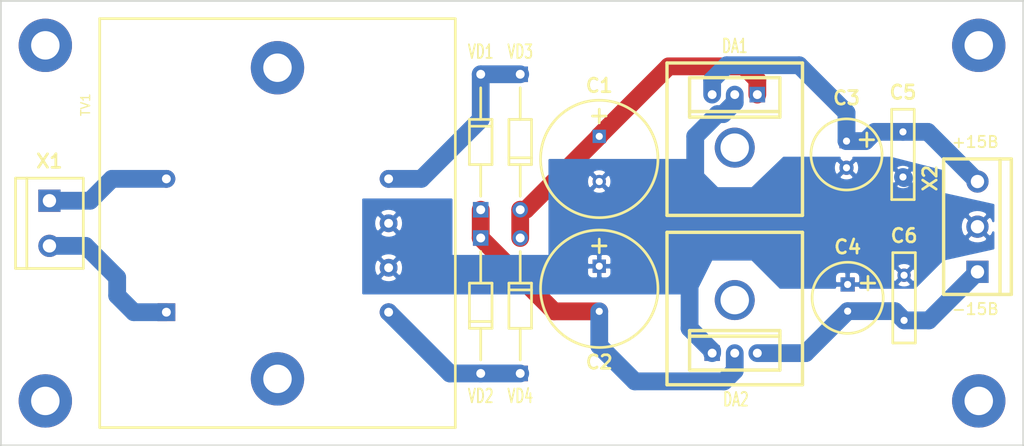
<source format=kicad_pcb>
(kicad_pcb (version 20171130) (host pcbnew 5.1.12-84ad8e8a86~92~ubuntu18.04.1)

  (general
    (thickness 1.6)
    (drawings 6)
    (tracks 56)
    (zones 0)
    (modules 19)
    (nets 10)
  )

  (page A4)
  (layers
    (0 F.Cu signal)
    (31 B.Cu signal)
    (32 B.Adhes user)
    (33 F.Adhes user)
    (34 B.Paste user)
    (35 F.Paste user)
    (36 B.SilkS user)
    (37 F.SilkS user)
    (38 B.Mask user)
    (39 F.Mask user)
    (40 Dwgs.User user)
    (41 Cmts.User user)
    (42 Eco1.User user)
    (43 Eco2.User user)
    (44 Edge.Cuts user)
    (45 Margin user)
    (46 B.CrtYd user)
    (47 F.CrtYd user)
    (48 B.Fab user)
    (49 F.Fab user)
  )

  (setup
    (last_trace_width 2)
    (user_trace_width 1)
    (user_trace_width 2)
    (trace_clearance 0.2)
    (zone_clearance 0.508)
    (zone_45_only no)
    (trace_min 0.2)
    (via_size 0.8)
    (via_drill 0.4)
    (via_min_size 0.4)
    (via_min_drill 0.3)
    (uvia_size 0.3)
    (uvia_drill 0.1)
    (uvias_allowed no)
    (uvia_min_size 0.2)
    (uvia_min_drill 0.1)
    (edge_width 0.05)
    (segment_width 0.2)
    (pcb_text_width 0.3)
    (pcb_text_size 1.5 1.5)
    (mod_edge_width 0.12)
    (mod_text_size 1 1)
    (mod_text_width 0.15)
    (pad_size 6 6)
    (pad_drill 3.2)
    (pad_to_mask_clearance 0)
    (aux_axis_origin 0 0)
    (visible_elements FFFFFF7F)
    (pcbplotparams
      (layerselection 0x010f0_ffffffff)
      (usegerberextensions false)
      (usegerberattributes false)
      (usegerberadvancedattributes false)
      (creategerberjobfile false)
      (excludeedgelayer true)
      (linewidth 0.100000)
      (plotframeref false)
      (viasonmask false)
      (mode 1)
      (useauxorigin false)
      (hpglpennumber 1)
      (hpglpenspeed 20)
      (hpglpendiameter 15.000000)
      (psnegative false)
      (psa4output false)
      (plotreference true)
      (plotvalue true)
      (plotinvisibletext false)
      (padsonsilk false)
      (subtractmaskfromsilk false)
      (outputformat 1)
      (mirror false)
      (drillshape 0)
      (scaleselection 1)
      (outputdirectory "../../../../Документы/_GERBER_Power_supply/"))
  )

  (net 0 "")
  (net 1 /GND)
  (net 2 "Net-(C1-Pad1)")
  (net 3 "Net-(C2-Pad2)")
  (net 4 "Net-(TV1-Pad10)")
  (net 5 "Net-(TV1-Pad7)")
  (net 6 "Net-(TV1-Pad4)")
  (net 7 "Net-(TV1-Pad1)")
  (net 8 /+15V)
  (net 9 /-15V)

  (net_class Default "This is the default net class."
    (clearance 0.2)
    (trace_width 0.25)
    (via_dia 0.8)
    (via_drill 0.4)
    (uvia_dia 0.3)
    (uvia_drill 0.1)
    (add_net /+15V)
    (add_net /-15V)
    (add_net /GND)
    (add_net "Net-(C1-Pad1)")
    (add_net "Net-(C2-Pad2)")
    (add_net "Net-(TV1-Pad1)")
    (add_net "Net-(TV1-Pad10)")
    (add_net "Net-(TV1-Pad4)")
    (add_net "Net-(TV1-Pad7)")
  )

  (module IWconnectors:1_pin (layer F.Cu) (tedit 622F482E) (tstamp 622F4CDB)
    (at 202.075 115.485)
    (descr "module 1 pin (ou trou mecanique de percage)")
    (tags DEV)
    (fp_text reference 1_PIN (at 0 -3.048) (layer F.SilkS) hide
      (effects (font (size 0.50038 0.50038) (thickness 0.12446)))
    )
    (fp_text value P*** (at 0 -1.524) (layer F.SilkS) hide
      (effects (font (size 1.016 1.016) (thickness 0.254)))
    )
    (pad 1 thru_hole circle (at 0 0) (size 6 6) (drill 3.2) (layers *.Cu *.Mask))
  )

  (module IWconnectors:1_pin (layer F.Cu) (tedit 622F482E) (tstamp 622F4CDB)
    (at 97.075 115.485)
    (descr "module 1 pin (ou trou mecanique de percage)")
    (tags DEV)
    (fp_text reference 1_PIN (at 0 -3.048) (layer F.SilkS) hide
      (effects (font (size 0.50038 0.50038) (thickness 0.12446)))
    )
    (fp_text value P*** (at 0 -1.524) (layer F.SilkS) hide
      (effects (font (size 1.016 1.016) (thickness 0.254)))
    )
    (pad 1 thru_hole circle (at 0 0) (size 6 6) (drill 3.2) (layers *.Cu *.Mask))
  )

  (module IWconnectors:1_pin (layer F.Cu) (tedit 622F482E) (tstamp 622F4CDB)
    (at 202.075 75.485)
    (descr "module 1 pin (ou trou mecanique de percage)")
    (tags DEV)
    (fp_text reference 1_PIN (at 0 -3.048) (layer F.SilkS) hide
      (effects (font (size 0.50038 0.50038) (thickness 0.12446)))
    )
    (fp_text value P*** (at 0 -1.524) (layer F.SilkS) hide
      (effects (font (size 1.016 1.016) (thickness 0.254)))
    )
    (pad 1 thru_hole circle (at 0 0) (size 6 6) (drill 3.2) (layers *.Cu *.Mask))
  )

  (module IWconnectors:1_pin (layer F.Cu) (tedit 622F482E) (tstamp 622F4CAA)
    (at 97.075 75.485)
    (descr "module 1 pin (ou trou mecanique de percage)")
    (tags DEV)
    (fp_text reference 1_PIN (at 0 -3.048) (layer F.SilkS) hide
      (effects (font (size 0.50038 0.50038) (thickness 0.12446)))
    )
    (fp_text value P*** (at 0 -1.524) (layer F.SilkS) hide
      (effects (font (size 1.016 1.016) (thickness 0.254)))
    )
    (pad 1 thru_hole circle (at 0 0) (size 6 6) (drill 3.2) (layers *.Cu *.Mask))
  )

  (module IWconnectors:DG126-5.0-03P-14 (layer F.Cu) (tedit 5DDEE357) (tstamp 622F4BD4)
    (at 201.93 95.885 90)
    (descr "Bornier d'alimentation 2 pins")
    (tags DEV)
    (path /622F568B)
    (fp_text reference X2 (at 5.461 -5.334 270) (layer F.SilkS)
      (effects (font (size 1.524 1.524) (thickness 0.3048)))
    )
    (fp_text value DG301-5.0-03P (at 0 5.08 90) (layer F.SilkS) hide
      (effects (font (size 1.524 1.524) (thickness 0.3048)))
    )
    (fp_line (start -7.62 3.81) (end -7.62 -3.81) (layer F.SilkS) (width 0.381))
    (fp_line (start 7.62 3.81) (end 7.62 -3.81) (layer F.SilkS) (width 0.381))
    (fp_line (start -7.62 3.81) (end 7.62 3.81) (layer F.SilkS) (width 0.381))
    (fp_line (start -7.62 -3.81) (end 7.62 -3.81) (layer F.SilkS) (width 0.381))
    (fp_line (start 7.62 2.54) (end -7.62 2.54) (layer F.SilkS) (width 0.381))
    (pad 2 thru_hole circle (at 0 0 90) (size 2.49936 2.49936) (drill 1.50114) (layers *.Cu *.Mask)
      (net 1 /GND))
    (pad 1 thru_hole rect (at -5.08 0 90) (size 2.49936 2.49936) (drill 1.50114) (layers *.Cu *.Mask)
      (net 9 /-15V))
    (pad 3 thru_hole circle (at 5.08 0 90) (size 2.49936 2.49936) (drill 1.50114) (layers *.Cu *.Mask)
      (net 8 /+15V))
    (model device/bornier_2.wrl
      (at (xyz 0 0 0))
      (scale (xyz 1 1 1))
      (rotate (xyz 0 0 0))
    )
  )

  (module IWconnectors:DG126-5.0-02P-14 (layer F.Cu) (tedit 5DDEE365) (tstamp 622F4BC8)
    (at 97.536 95.504 270)
    (descr "Bornier d'alimentation 2 pins")
    (tags DEV)
    (path /622F46E1)
    (fp_text reference X1 (at -6.985 0 180) (layer F.SilkS)
      (effects (font (size 1.524 1.524) (thickness 0.3048)))
    )
    (fp_text value DG301-5.0-02P (at 0 5.08 90) (layer F.SilkS) hide
      (effects (font (size 1.524 1.524) (thickness 0.3048)))
    )
    (fp_line (start -5.08 3.81) (end -5.08 -3.81) (layer F.SilkS) (width 0.3048))
    (fp_line (start 5.08 3.81) (end 5.08 -3.81) (layer F.SilkS) (width 0.3048))
    (fp_line (start 5.08 -3.81) (end -5.08 -3.81) (layer F.SilkS) (width 0.3048))
    (fp_line (start 5.08 3.81) (end -5.08 3.81) (layer F.SilkS) (width 0.3048))
    (fp_line (start 5.08 2.54) (end -5.08 2.54) (layer F.SilkS) (width 0.3048))
    (pad 2 thru_hole circle (at 2.54 0 270) (size 2.49936 2.49936) (drill 1.50114) (layers *.Cu *.Mask)
      (net 7 "Net-(TV1-Pad1)"))
    (pad 1 thru_hole rect (at -2.54 0 270) (size 2.49936 2.49936) (drill 1.50114) (layers *.Cu *.Mask)
      (net 6 "Net-(TV1-Pad4)"))
    (model device/bornier_2.wrl
      (at (xyz 0 0 0))
      (scale (xyz 1 1 1))
      (rotate (xyz 0 0 0))
    )
  )

  (module IWcomponents:DO-41 (layer F.Cu) (tedit 5E80C9EE) (tstamp 622F4BBD)
    (at 150.495 97.155 270)
    (descr "Regulateur TO220 serie LM78xx")
    (tags "TR TO220")
    (path /622FED17)
    (fp_text reference VD4 (at 17.78 0 180) (layer F.SilkS)
      (effects (font (size 1.524 1.016) (thickness 0.2032)))
    )
    (fp_text value 1N5819 (at 7.62 2.54 90) (layer F.SilkS) hide
      (effects (font (size 1.524 1.016) (thickness 0.2032)))
    )
    (fp_line (start 1.524 0) (end 5.08 0) (layer F.SilkS) (width 0.3048))
    (fp_line (start 13.716 0) (end 10.16 0) (layer F.SilkS) (width 0.3048))
    (fp_line (start 5.842 1.27) (end 5.842 -1.27) (layer F.SilkS) (width 0.3048))
    (fp_line (start 5.08 -1.27) (end 10.16 -1.27) (layer F.SilkS) (width 0.3048))
    (fp_line (start 10.16 -1.27) (end 10.16 1.27) (layer F.SilkS) (width 0.3048))
    (fp_line (start 5.08 1.27) (end 10.16 1.27) (layer F.SilkS) (width 0.3048))
    (fp_line (start 5.08 -1.27) (end 5.08 1.27) (layer F.SilkS) (width 0.3048))
    (pad 2 thru_hole circle (at 0 0 270) (size 1.75 1.75) (drill 1) (layers *.Cu *.Mask)
      (net 2 "Net-(C1-Pad1)"))
    (pad 1 thru_hole rect (at 15.24 0 270) (size 1.75 1.75) (drill 1) (layers *.Cu *.Mask)
      (net 4 "Net-(TV1-Pad10)"))
    (model discret/to220_vert.wrl
      (at (xyz 0 0 0))
      (scale (xyz 1 1 1))
      (rotate (xyz 0 0 0))
    )
  )

  (module IWcomponents:DO-41 (layer F.Cu) (tedit 5E80C9EE) (tstamp 622F4BB0)
    (at 150.495 93.98 90)
    (descr "Regulateur TO220 serie LM78xx")
    (tags "TR TO220")
    (path /622FD6FE)
    (fp_text reference VD3 (at 17.78 0 180) (layer F.SilkS)
      (effects (font (size 1.524 1.016) (thickness 0.2032)))
    )
    (fp_text value 1N5819 (at 7.62 2.54 90) (layer F.SilkS) hide
      (effects (font (size 1.524 1.016) (thickness 0.2032)))
    )
    (fp_line (start 1.524 0) (end 5.08 0) (layer F.SilkS) (width 0.3048))
    (fp_line (start 13.716 0) (end 10.16 0) (layer F.SilkS) (width 0.3048))
    (fp_line (start 5.842 1.27) (end 5.842 -1.27) (layer F.SilkS) (width 0.3048))
    (fp_line (start 5.08 -1.27) (end 10.16 -1.27) (layer F.SilkS) (width 0.3048))
    (fp_line (start 10.16 -1.27) (end 10.16 1.27) (layer F.SilkS) (width 0.3048))
    (fp_line (start 5.08 1.27) (end 10.16 1.27) (layer F.SilkS) (width 0.3048))
    (fp_line (start 5.08 -1.27) (end 5.08 1.27) (layer F.SilkS) (width 0.3048))
    (pad 2 thru_hole circle (at 0 0 90) (size 1.75 1.75) (drill 1) (layers *.Cu *.Mask)
      (net 2 "Net-(C1-Pad1)"))
    (pad 1 thru_hole rect (at 15.24 0 90) (size 1.75 1.75) (drill 1) (layers *.Cu *.Mask)
      (net 5 "Net-(TV1-Pad7)"))
    (model discret/to220_vert.wrl
      (at (xyz 0 0 0))
      (scale (xyz 1 1 1))
      (rotate (xyz 0 0 0))
    )
  )

  (module IWcomponents:DO-41 (layer F.Cu) (tedit 5E80C9EE) (tstamp 622F4BA3)
    (at 146.05 112.395 90)
    (descr "Regulateur TO220 serie LM78xx")
    (tags "TR TO220")
    (path /622FED0D)
    (fp_text reference VD2 (at -2.54 0 180) (layer F.SilkS)
      (effects (font (size 1.524 1.016) (thickness 0.2032)))
    )
    (fp_text value 1N5819 (at 7.62 2.54 90) (layer F.SilkS) hide
      (effects (font (size 1.524 1.016) (thickness 0.2032)))
    )
    (fp_line (start 1.524 0) (end 5.08 0) (layer F.SilkS) (width 0.3048))
    (fp_line (start 13.716 0) (end 10.16 0) (layer F.SilkS) (width 0.3048))
    (fp_line (start 5.842 1.27) (end 5.842 -1.27) (layer F.SilkS) (width 0.3048))
    (fp_line (start 5.08 -1.27) (end 10.16 -1.27) (layer F.SilkS) (width 0.3048))
    (fp_line (start 10.16 -1.27) (end 10.16 1.27) (layer F.SilkS) (width 0.3048))
    (fp_line (start 5.08 1.27) (end 10.16 1.27) (layer F.SilkS) (width 0.3048))
    (fp_line (start 5.08 -1.27) (end 5.08 1.27) (layer F.SilkS) (width 0.3048))
    (pad 2 thru_hole circle (at 0 0 90) (size 1.75 1.75) (drill 1) (layers *.Cu *.Mask)
      (net 4 "Net-(TV1-Pad10)"))
    (pad 1 thru_hole rect (at 15.24 0 90) (size 1.75 1.75) (drill 1) (layers *.Cu *.Mask)
      (net 3 "Net-(C2-Pad2)"))
    (model discret/to220_vert.wrl
      (at (xyz 0 0 0))
      (scale (xyz 1 1 1))
      (rotate (xyz 0 0 0))
    )
  )

  (module IWcomponents:DO-41 (layer F.Cu) (tedit 5E80C9EE) (tstamp 622F4B96)
    (at 146.05 78.74 270)
    (descr "Regulateur TO220 serie LM78xx")
    (tags "TR TO220")
    (path /622FC89E)
    (fp_text reference VD1 (at -2.54 0 180) (layer F.SilkS)
      (effects (font (size 1.524 1.016) (thickness 0.2032)))
    )
    (fp_text value 1N5819 (at 7.62 2.54 90) (layer F.SilkS) hide
      (effects (font (size 1.524 1.016) (thickness 0.2032)))
    )
    (fp_line (start 1.524 0) (end 5.08 0) (layer F.SilkS) (width 0.3048))
    (fp_line (start 13.716 0) (end 10.16 0) (layer F.SilkS) (width 0.3048))
    (fp_line (start 5.842 1.27) (end 5.842 -1.27) (layer F.SilkS) (width 0.3048))
    (fp_line (start 5.08 -1.27) (end 10.16 -1.27) (layer F.SilkS) (width 0.3048))
    (fp_line (start 10.16 -1.27) (end 10.16 1.27) (layer F.SilkS) (width 0.3048))
    (fp_line (start 5.08 1.27) (end 10.16 1.27) (layer F.SilkS) (width 0.3048))
    (fp_line (start 5.08 -1.27) (end 5.08 1.27) (layer F.SilkS) (width 0.3048))
    (pad 2 thru_hole circle (at 0 0 270) (size 1.75 1.75) (drill 1) (layers *.Cu *.Mask)
      (net 5 "Net-(TV1-Pad7)"))
    (pad 1 thru_hole rect (at 15.24 0 270) (size 1.75 1.75) (drill 1) (layers *.Cu *.Mask)
      (net 3 "Net-(C2-Pad2)"))
    (model discret/to220_vert.wrl
      (at (xyz 0 0 0))
      (scale (xyz 1 1 1))
      (rotate (xyz 0 0 0))
    )
  )

  (module IWtransformator:TP112-11 (layer F.Cu) (tedit 616E9CDD) (tstamp 622F4B89)
    (at 123.19 95.504 90)
    (path /622F4150)
    (fp_text reference TV1 (at 13.335 -21.59 90) (layer F.SilkS)
      (effects (font (size 1 1) (thickness 0.15)))
    )
    (fp_text value TP-112-11 (at 0 0 90) (layer Dwgs.User) hide
      (effects (font (size 1 1) (thickness 0.15)))
    )
    (fp_circle (center 10 12.5) (end 10.5 12.5) (layer Dwgs.User) (width 0.2))
    (fp_circle (center 10 -12.5) (end 10.5 -12.5) (layer Dwgs.User) (width 0.2))
    (fp_circle (center 0 -12.5) (end 0.5 -12.5) (layer Dwgs.User) (width 0.2))
    (fp_line (start 23.0216 -19.9968) (end 23.0216 -19.9968) (layer F.SilkS) (width 0.3))
    (fp_line (start -22.9784 -19.9968) (end -22.9784 20.0032) (layer F.SilkS) (width 0.3))
    (fp_line (start -22.9784 20.0032) (end 23.0216 20.0032) (layer F.SilkS) (width 0.3))
    (fp_line (start 23.0216 20.0032) (end 23.0216 -19.9968) (layer F.SilkS) (width 0.3))
    (fp_circle (center -5 -12.5) (end -4.5 -12.5) (layer Dwgs.User) (width 0.2))
    (fp_line (start 23.0216 -19.9968) (end -22.9784 -19.9968) (layer F.SilkS) (width 0.3))
    (pad 8 thru_hole circle (at 0 12.5 90) (size 2 2) (drill 1) (layers *.Cu *.Mask)
      (net 1 /GND))
    (pad 10 thru_hole circle (at -10 12.5 90) (size 2 2) (drill 1) (layers *.Cu *.Mask)
      (net 4 "Net-(TV1-Pad10)"))
    (pad ~ thru_hole circle (at 17.5 0 90) (size 6 6) (drill 3.2) (layers *.Cu *.Mask))
    (pad ~ thru_hole circle (at -17.5 0 90) (size 6 6) (drill 3.2) (layers *.Cu *.Mask))
    (pad 7 thru_hole circle (at 5 12.5 90) (size 2 2) (drill 1) (layers *.Cu *.Mask)
      (net 5 "Net-(TV1-Pad7)"))
    (pad 9 thru_hole circle (at -5 12.5 90) (size 2 2) (drill 1) (layers *.Cu *.Mask)
      (net 1 /GND))
    (pad 4 thru_hole circle (at 5 -12.5 90) (size 2 2) (drill 1) (layers *.Cu *.Mask)
      (net 6 "Net-(TV1-Pad4)"))
    (pad 1 thru_hole rect (at -10 -12.5 90) (size 2 2) (drill 1) (layers *.Cu *.Mask)
      (net 7 "Net-(TV1-Pad1)"))
  )

  (module IWcomponents:TO220_RAD_16.5x15 (layer F.Cu) (tedit 60198F35) (tstamp 622F4B74)
    (at 174.625 104.14 90)
    (descr "Regulateur TO220 serie LM78xx")
    (tags "TR TO220")
    (path /6231A3E4)
    (fp_text reference DA2 (at -11.176 0.127 180) (layer F.SilkS)
      (effects (font (size 1.524 1.016) (thickness 0.2032)))
    )
    (fp_text value LM7915 (at -3.81 0) (layer F.SilkS) hide
      (effects (font (size 1.524 1.016) (thickness 0.2032)))
    )
    (fp_line (start -7.874 5.08) (end -7.874 -5.08) (layer F.SilkS) (width 0.381))
    (fp_line (start -4.064 5.08) (end -7.874 5.08) (layer F.SilkS) (width 0.381))
    (fp_line (start -4.064 -5.08) (end -4.064 5.08) (layer F.SilkS) (width 0.381))
    (fp_line (start -7.874 -5.08) (end -4.064 -5.08) (layer F.SilkS) (width 0.381))
    (fp_line (start -3.429 5.08) (end -4.064 5.08) (layer F.SilkS) (width 0.381))
    (fp_line (start -3.429 -5.08) (end -3.429 5.08) (layer F.SilkS) (width 0.381))
    (fp_line (start -4.064 -5.08) (end -3.429 -5.08) (layer F.SilkS) (width 0.381))
    (fp_line (start 7.62 -7.62) (end -9.525 -7.62) (layer F.SilkS) (width 0.381))
    (fp_line (start -9.525 -7.62) (end -9.525 7.62) (layer F.SilkS) (width 0.381))
    (fp_line (start 7.62 -7.62) (end 7.62 7.62) (layer F.SilkS) (width 0.381))
    (fp_line (start 7.62 7.62) (end -9.525 7.62) (layer F.SilkS) (width 0.381))
    (pad 3 thru_hole circle (at -5.969 2.54 90) (size 1.75 1.75) (drill 1) (layers *.Cu *.Mask)
      (net 9 /-15V))
    (pad 2 thru_hole circle (at -5.969 0 90) (size 1.75 1.75) (drill 1) (layers *.Cu *.Mask)
      (net 3 "Net-(C2-Pad2)"))
    (pad 1 thru_hole rect (at -5.969 -2.54 90) (size 1.75 1.75) (drill 1) (layers *.Cu *.Mask)
      (net 1 /GND))
    (pad 4 thru_hole circle (at 0 0 90) (size 4.5 4.5) (drill 3.2) (layers *.Cu *.Mask))
    (model discret/to220_vert.wrl
      (at (xyz 0 0 0))
      (scale (xyz 1 1 1))
      (rotate (xyz 0 0 0))
    )
  )

  (module IWcomponents:TO220_RAD_16.5x15 (layer F.Cu) (tedit 60198F35) (tstamp 622F4B61)
    (at 174.625 86.995 270)
    (descr "Regulateur TO220 serie LM78xx")
    (tags "TR TO220")
    (path /62319DE9)
    (fp_text reference DA1 (at -11.43 0 180) (layer F.SilkS)
      (effects (font (size 1.524 1.016) (thickness 0.2032)))
    )
    (fp_text value LM7815 (at -3.81 0) (layer F.SilkS) hide
      (effects (font (size 1.524 1.016) (thickness 0.2032)))
    )
    (fp_line (start -7.874 5.08) (end -7.874 -5.08) (layer F.SilkS) (width 0.381))
    (fp_line (start -4.064 5.08) (end -7.874 5.08) (layer F.SilkS) (width 0.381))
    (fp_line (start -4.064 -5.08) (end -4.064 5.08) (layer F.SilkS) (width 0.381))
    (fp_line (start -7.874 -5.08) (end -4.064 -5.08) (layer F.SilkS) (width 0.381))
    (fp_line (start -3.429 5.08) (end -4.064 5.08) (layer F.SilkS) (width 0.381))
    (fp_line (start -3.429 -5.08) (end -3.429 5.08) (layer F.SilkS) (width 0.381))
    (fp_line (start -4.064 -5.08) (end -3.429 -5.08) (layer F.SilkS) (width 0.381))
    (fp_line (start 7.62 -7.62) (end -9.525 -7.62) (layer F.SilkS) (width 0.381))
    (fp_line (start -9.525 -7.62) (end -9.525 7.62) (layer F.SilkS) (width 0.381))
    (fp_line (start 7.62 -7.62) (end 7.62 7.62) (layer F.SilkS) (width 0.381))
    (fp_line (start 7.62 7.62) (end -9.525 7.62) (layer F.SilkS) (width 0.381))
    (pad 3 thru_hole circle (at -5.969 2.54 270) (size 1.75 1.75) (drill 1) (layers *.Cu *.Mask)
      (net 8 /+15V))
    (pad 2 thru_hole circle (at -5.969 0 270) (size 1.75 1.75) (drill 1) (layers *.Cu *.Mask)
      (net 1 /GND))
    (pad 1 thru_hole rect (at -5.969 -2.54 270) (size 1.75 1.75) (drill 1) (layers *.Cu *.Mask)
      (net 2 "Net-(C1-Pad1)"))
    (pad 4 thru_hole circle (at 0 0 270) (size 4.5 4.5) (drill 3.2) (layers *.Cu *.Mask))
    (model discret/to220_vert.wrl
      (at (xyz 0 0 0))
      (scale (xyz 1 1 1))
      (rotate (xyz 0 0 0))
    )
  )

  (module IWcomponents:CAPACITOR_K10-17 (layer F.Cu) (tedit 6012DFC5) (tstamp 622F4B4E)
    (at 193.675 103.886 270)
    (descr "Bornier d'alimentation 2 pins")
    (tags DEV)
    (path /6233EBC4)
    (fp_text reference C6 (at -6.985 0 180) (layer F.SilkS)
      (effects (font (size 1.524 1.524) (thickness 0.3048)))
    )
    (fp_text value "0.1 мк" (at 0 3.556 90) (layer F.SilkS) hide
      (effects (font (size 1.524 1.524) (thickness 0.3048)))
    )
    (fp_line (start -5.08 1.27) (end 5.08 1.27) (layer F.SilkS) (width 0.3048))
    (fp_line (start -5.08 -1.27) (end -5.08 1.27) (layer F.SilkS) (width 0.3048))
    (fp_line (start 5.08 -1.27) (end -5.08 -1.27) (layer F.SilkS) (width 0.3048))
    (fp_line (start 5.08 1.27) (end 5.08 -1.27) (layer F.SilkS) (width 0.3048))
    (pad 2 thru_hole circle (at 2.54 0 270) (size 1.5 1.5) (drill 0.8) (layers *.Cu *.Mask)
      (net 9 /-15V))
    (pad 1 thru_hole circle (at -2.54 0 270) (size 1.5 1.5) (drill 0.8) (layers *.Cu *.Mask)
      (net 1 /GND))
  )

  (module IWcomponents:CAPACITOR_K10-17 (layer F.Cu) (tedit 6012DFC5) (tstamp 622F4B44)
    (at 193.548 87.757 270)
    (descr "Bornier d'alimentation 2 pins")
    (tags DEV)
    (path /6233D8A1)
    (fp_text reference C5 (at -6.985 0 180) (layer F.SilkS)
      (effects (font (size 1.524 1.524) (thickness 0.3048)))
    )
    (fp_text value "0.1 мк" (at 0 3.556 90) (layer F.SilkS) hide
      (effects (font (size 1.524 1.524) (thickness 0.3048)))
    )
    (fp_line (start -5.08 1.27) (end 5.08 1.27) (layer F.SilkS) (width 0.3048))
    (fp_line (start -5.08 -1.27) (end -5.08 1.27) (layer F.SilkS) (width 0.3048))
    (fp_line (start 5.08 -1.27) (end -5.08 -1.27) (layer F.SilkS) (width 0.3048))
    (fp_line (start 5.08 1.27) (end 5.08 -1.27) (layer F.SilkS) (width 0.3048))
    (pad 2 thru_hole circle (at 2.54 0 270) (size 1.5 1.5) (drill 0.8) (layers *.Cu *.Mask)
      (net 1 /GND))
    (pad 1 thru_hole circle (at -2.54 0 270) (size 1.5 1.5) (drill 0.8) (layers *.Cu *.Mask)
      (net 8 /+15V))
  )

  (module IWcomponents:CAPACITOR_3_D8 (layer F.Cu) (tedit 6172CDC3) (tstamp 622F4B3A)
    (at 187.325 103.886 270)
    (descr "Bornier d'alimentation 2 pins")
    (tags DEV)
    (path /62336CAA)
    (fp_text reference C4 (at -5.715 0 180) (layer F.SilkS)
      (effects (font (size 1.524 1.524) (thickness 0.3048)))
    )
    (fp_text value "220 мк 25 В" (at 0 5.842 90) (layer F.SilkS) hide
      (effects (font (size 1.524 1.524) (thickness 0.3048)))
    )
    (fp_circle (center 0 0) (end 4 0) (layer F.SilkS) (width 0.3))
    (fp_line (start -1.651 -3.048) (end -1.651 -1.524) (layer F.SilkS) (width 0.3048))
    (fp_line (start -2.413 -2.286) (end -0.889 -2.286) (layer F.SilkS) (width 0.3048))
    (pad 2 thru_hole circle (at 1.5 0 270) (size 1.6 1.6) (drill 0.8) (layers *.Cu *.Mask)
      (net 9 /-15V))
    (pad 1 thru_hole rect (at -1.5 0 270) (size 1.6 1.6) (drill 0.8) (layers *.Cu *.Mask)
      (net 1 /GND))
  )

  (module IWcomponents:CAPACITOR_3_D8 (layer F.Cu) (tedit 6172CDC3) (tstamp 622F4B31)
    (at 187.198 87.757 270)
    (descr "Bornier d'alimentation 2 pins")
    (tags DEV)
    (path /62331AE9)
    (fp_text reference C3 (at -6.35 0 180) (layer F.SilkS)
      (effects (font (size 1.524 1.524) (thickness 0.3048)))
    )
    (fp_text value "220 мк 25 В" (at 0 5.842 90) (layer F.SilkS) hide
      (effects (font (size 1.524 1.524) (thickness 0.3048)))
    )
    (fp_circle (center 0 0) (end 4 0) (layer F.SilkS) (width 0.3))
    (fp_line (start -1.651 -3.048) (end -1.651 -1.524) (layer F.SilkS) (width 0.3048))
    (fp_line (start -2.413 -2.286) (end -0.889 -2.286) (layer F.SilkS) (width 0.3048))
    (pad 2 thru_hole circle (at 1.5 0 270) (size 1.6 1.6) (drill 0.8) (layers *.Cu *.Mask)
      (net 1 /GND))
    (pad 1 thru_hole rect (at -1.5 0 270) (size 1.6 1.6) (drill 0.8) (layers *.Cu *.Mask)
      (net 8 /+15V))
  )

  (module IWcomponents:CAPACITOR_5.08_D13 (layer F.Cu) (tedit 6012CCD2) (tstamp 622F4B28)
    (at 159.385 102.87 270)
    (descr "Bornier d'alimentation 2 pins")
    (tags DEV)
    (path /6231042E)
    (fp_text reference C2 (at 8.255 0 180) (layer F.SilkS)
      (effects (font (size 1.524 1.524) (thickness 0.3048)))
    )
    (fp_text value "1000 мк 50 В" (at 0 8.89 90) (layer F.SilkS) hide
      (effects (font (size 1.524 1.524) (thickness 0.3048)))
    )
    (fp_circle (center 0 0) (end 6.604 0) (layer F.SilkS) (width 0.3048))
    (fp_line (start -5.588 0) (end -4.064 0) (layer F.SilkS) (width 0.3048))
    (fp_line (start -4.826 -0.762) (end -4.826 0.762) (layer F.SilkS) (width 0.3048))
    (pad 2 thru_hole circle (at 2.54 0 270) (size 1.5 1.5) (drill 0.8) (layers *.Cu *.Mask)
      (net 3 "Net-(C2-Pad2)"))
    (pad 1 thru_hole rect (at -2.54 0 270) (size 1.5 1.5) (drill 0.8) (layers *.Cu *.Mask)
      (net 1 /GND))
  )

  (module IWcomponents:CAPACITOR_5.08_D13 (layer F.Cu) (tedit 6012CCD2) (tstamp 622F4B1F)
    (at 159.385 88.265 270)
    (descr "Bornier d'alimentation 2 pins")
    (tags DEV)
    (path /6230BFD1)
    (fp_text reference C1 (at -8.255 0 180) (layer F.SilkS)
      (effects (font (size 1.524 1.524) (thickness 0.3048)))
    )
    (fp_text value "1000 мк 50 В" (at 0 8.89 90) (layer F.SilkS) hide
      (effects (font (size 1.524 1.524) (thickness 0.3048)))
    )
    (fp_circle (center 0 0) (end 6.604 0) (layer F.SilkS) (width 0.3048))
    (fp_line (start -5.588 0) (end -4.064 0) (layer F.SilkS) (width 0.3048))
    (fp_line (start -4.826 -0.762) (end -4.826 0.762) (layer F.SilkS) (width 0.3048))
    (pad 2 thru_hole circle (at 2.54 0 270) (size 1.5 1.5) (drill 0.8) (layers *.Cu *.Mask)
      (net 1 /GND))
    (pad 1 thru_hole rect (at -2.54 0 270) (size 1.5 1.5) (drill 0.8) (layers *.Cu *.Mask)
      (net 2 "Net-(C1-Pad1)"))
  )

  (gr_text -15В (at 201.676 105.156) (layer F.SilkS) (tstamp 622F56DF)
    (effects (font (size 1.27 1.27) (thickness 0.2)))
  )
  (gr_text +15В (at 201.676 86.36) (layer F.SilkS)
    (effects (font (size 1.27 1.27) (thickness 0.2)))
  )
  (gr_line (start 207.075 70.485) (end 207.075 120.485) (layer Edge.Cuts) (width 0.2) (tstamp 622F55DC))
  (gr_line (start 92.075 120.485) (end 207.075 120.485) (layer Edge.Cuts) (width 0.2) (tstamp 622F4C8F))
  (gr_line (start 92.075 70.485) (end 92.075 120.485) (layer Edge.Cuts) (width 0.2))
  (gr_line (start 92.075 70.485) (end 207.075 70.485) (layer Edge.Cuts) (width 0.2))

  (segment (start 193.675 90.424) (end 193.548 90.297) (width 2) (layer B.Cu) (net 1))
  (segment (start 172.085 110.109) (end 172.085 109.855) (width 2) (layer B.Cu) (net 1))
  (segment (start 172.085 109.855) (end 169.545 107.315) (width 2) (layer B.Cu) (net 1))
  (segment (start 169.545 107.315) (end 169.545 99.695) (width 2) (layer B.Cu) (net 1))
  (segment (start 170.18 85.725) (end 170.18 91.44) (width 2) (layer B.Cu) (net 1))
  (segment (start 172.67899 83.22601) (end 170.18 85.725) (width 2) (layer B.Cu) (net 1))
  (segment (start 173.31399 83.22601) (end 172.67899 83.22601) (width 2) (layer B.Cu) (net 1))
  (segment (start 174.625 81.026) (end 174.625 81.915) (width 2) (layer B.Cu) (net 1))
  (segment (start 174.625 81.915) (end 173.31399 83.22601) (width 2) (layer B.Cu) (net 1))
  (segment (start 150.495 97.155) (end 150.495 93.98) (width 2) (layer F.Cu) (net 2))
  (segment (start 151.13 93.98) (end 159.385 85.725) (width 2) (layer F.Cu) (net 2))
  (segment (start 150.495 93.98) (end 151.13 93.98) (width 2) (layer F.Cu) (net 2))
  (segment (start 175.641 77.851) (end 177.165 79.375) (width 2) (layer F.Cu) (net 2))
  (segment (start 167.1955 77.851) (end 175.641 77.851) (width 2) (layer F.Cu) (net 2))
  (segment (start 159.385 85.725) (end 159.385 85.6615) (width 2) (layer F.Cu) (net 2))
  (segment (start 177.165 79.375) (end 177.165 81.026) (width 2) (layer F.Cu) (net 2))
  (segment (start 159.385 85.6615) (end 167.1955 77.851) (width 2) (layer F.Cu) (net 2))
  (segment (start 146.05 93.98) (end 146.05 97.155) (width 2) (layer F.Cu) (net 3))
  (segment (start 154.305 105.41) (end 159.385 105.41) (width 2) (layer F.Cu) (net 3))
  (segment (start 146.05 97.155) (end 154.305 105.41) (width 2) (layer F.Cu) (net 3))
  (segment (start 174.625 112.0775) (end 174.625 110.109) (width 2) (layer B.Cu) (net 3))
  (segment (start 173.4185 113.284) (end 174.625 112.0775) (width 2) (layer B.Cu) (net 3))
  (segment (start 163.3855 113.284) (end 173.4185 113.284) (width 2) (layer B.Cu) (net 3))
  (segment (start 159.385 105.41) (end 159.385 109.2835) (width 2) (layer B.Cu) (net 3))
  (segment (start 159.385 109.2835) (end 163.3855 113.284) (width 2) (layer B.Cu) (net 3))
  (segment (start 142.581 112.395) (end 135.69 105.504) (width 2) (layer B.Cu) (net 4))
  (segment (start 146.05 112.395) (end 142.581 112.395) (width 2) (layer B.Cu) (net 4))
  (segment (start 146.05 112.395) (end 150.495 112.395) (width 2) (layer B.Cu) (net 4))
  (segment (start 135.69 90.504) (end 139.366 90.504) (width 2) (layer B.Cu) (net 5))
  (segment (start 146.05 83.82) (end 146.05 78.74) (width 2) (layer B.Cu) (net 5))
  (segment (start 139.366 90.504) (end 146.05 83.82) (width 2) (layer B.Cu) (net 5))
  (segment (start 146.05 78.74) (end 150.495 78.74) (width 2) (layer B.Cu) (net 5))
  (segment (start 97.536 92.964) (end 102.108 92.964) (width 2) (layer B.Cu) (net 6))
  (segment (start 104.568 90.504) (end 110.69 90.504) (width 2) (layer B.Cu) (net 6))
  (segment (start 102.108 92.964) (end 104.568 90.504) (width 2) (layer B.Cu) (net 6))
  (segment (start 97.536 98.044) (end 101.6 98.044) (width 2) (layer B.Cu) (net 7))
  (segment (start 101.6 98.044) (end 105.156 101.6) (width 2) (layer B.Cu) (net 7))
  (segment (start 105.156 101.6) (end 105.156 103.632) (width 2) (layer B.Cu) (net 7))
  (segment (start 107.028 105.504) (end 110.69 105.504) (width 2) (layer B.Cu) (net 7))
  (segment (start 105.156 103.632) (end 107.028 105.504) (width 2) (layer B.Cu) (net 7))
  (segment (start 187.198 86.257) (end 189.333 86.257) (width 2) (layer B.Cu) (net 8) (tstamp 6267FE1D))
  (segment (start 190.373 85.217) (end 193.548 85.217) (width 2) (layer B.Cu) (net 8))
  (segment (start 189.333 86.257) (end 190.373 85.217) (width 2) (layer B.Cu) (net 8))
  (segment (start 196.342 85.217) (end 201.93 90.805) (width 2) (layer B.Cu) (net 8))
  (segment (start 193.548 85.217) (end 196.342 85.217) (width 2) (layer B.Cu) (net 8))
  (segment (start 187.198 83.058) (end 187.198 86.257) (width 2) (layer B.Cu) (net 8))
  (segment (start 181.864 77.724) (end 187.198 83.058) (width 2) (layer B.Cu) (net 8))
  (segment (start 173.736 77.724) (end 181.864 77.724) (width 2) (layer B.Cu) (net 8))
  (segment (start 172.085 81.026) (end 172.085 79.375) (width 2) (layer B.Cu) (net 8))
  (segment (start 172.085 79.375) (end 173.736 77.724) (width 2) (layer B.Cu) (net 8))
  (segment (start 192.635 105.386) (end 193.675 106.426) (width 2) (layer B.Cu) (net 9))
  (segment (start 187.325 105.386) (end 192.635 105.386) (width 2) (layer B.Cu) (net 9))
  (segment (start 196.469 106.426) (end 201.93 100.965) (width 2) (layer B.Cu) (net 9))
  (segment (start 193.675 106.426) (end 196.469 106.426) (width 2) (layer B.Cu) (net 9))
  (segment (start 182.602 110.109) (end 187.325 105.386) (width 2) (layer B.Cu) (net 9))
  (segment (start 177.165 110.109) (end 182.602 110.109) (width 2) (layer B.Cu) (net 9))

  (zone (net 1) (net_name /GND) (layer B.Cu) (tstamp 6230B84A) (hatch edge 0.508)
    (connect_pads (clearance 0.508))
    (min_thickness 0.254)
    (fill yes (arc_segments 32) (thermal_gap 0.508) (thermal_bridge_width 0.508))
    (polygon
      (pts
        (xy 198.12 89.535) (xy 198.12 92.075) (xy 203.835 93.345) (xy 203.835 98.425) (xy 198.12 99.695)
        (xy 194.945 102.87) (xy 179.705 102.87) (xy 176.53 99.695) (xy 172.085 99.695) (xy 170.18 103.505)
        (xy 132.715 103.505) (xy 132.715 92.71) (xy 142.875 92.71) (xy 142.875 99.06) (xy 153.67 99.06)
        (xy 153.67 88.265) (xy 169.545 88.265) (xy 172.72 91.44) (xy 176.53 91.44) (xy 180.086 88.011)
        (xy 192.151 88.011)
      )
    )
    (filled_polygon
      (pts
        (xy 186.384903 88.264298) (xy 187.198 89.077395) (xy 188.011097 88.264298) (xy 187.97404 88.138) (xy 192.135041 88.138)
        (xy 197.993 89.633649) (xy 197.993 92.075) (xy 197.99544 92.099776) (xy 198.002667 92.123601) (xy 198.014403 92.145557)
        (xy 198.030197 92.164803) (xy 198.049443 92.180597) (xy 198.071399 92.192333) (xy 198.09245 92.198976) (xy 203.708 93.446876)
        (xy 203.708 95.25918) (xy 203.658789 95.111849) (xy 203.533315 94.877104) (xy 203.243377 94.751229) (xy 202.109605 95.885)
        (xy 203.243377 97.018771) (xy 203.533315 96.892896) (xy 203.699139 96.560738) (xy 203.708 96.528303) (xy 203.708 98.323124)
        (xy 198.09245 99.571024) (xy 198.068793 99.578781) (xy 198.047103 99.591004) (xy 198.030197 99.605197) (xy 194.892394 102.743)
        (xy 188.760426 102.743) (xy 188.76 102.67175) (xy 188.60125 102.513) (xy 187.452 102.513) (xy 187.452 102.533)
        (xy 187.198 102.533) (xy 187.198 102.513) (xy 186.04875 102.513) (xy 185.89 102.67175) (xy 185.889574 102.743)
        (xy 179.757606 102.743) (xy 179.317599 102.302993) (xy 192.897612 102.302993) (xy 192.963137 102.54186) (xy 193.210116 102.65776)
        (xy 193.47496 102.72325) (xy 193.747492 102.735812) (xy 194.017238 102.694965) (xy 194.273832 102.602277) (xy 194.386863 102.54186)
        (xy 194.452388 102.302993) (xy 193.675 101.525605) (xy 192.897612 102.302993) (xy 179.317599 102.302993) (xy 178.600606 101.586)
        (xy 185.886928 101.586) (xy 185.89 102.10025) (xy 186.04875 102.259) (xy 187.198 102.259) (xy 187.198 101.10975)
        (xy 187.452 101.10975) (xy 187.452 102.259) (xy 188.60125 102.259) (xy 188.76 102.10025) (xy 188.763072 101.586)
        (xy 188.750812 101.461518) (xy 188.737761 101.418492) (xy 192.285188 101.418492) (xy 192.326035 101.688238) (xy 192.418723 101.944832)
        (xy 192.47914 102.057863) (xy 192.718007 102.123388) (xy 193.495395 101.346) (xy 193.854605 101.346) (xy 194.631993 102.123388)
        (xy 194.87086 102.057863) (xy 194.98676 101.810884) (xy 195.05225 101.54604) (xy 195.064812 101.273508) (xy 195.023965 101.003762)
        (xy 194.931277 100.747168) (xy 194.87086 100.634137) (xy 194.631993 100.568612) (xy 193.854605 101.346) (xy 193.495395 101.346)
        (xy 192.718007 100.568612) (xy 192.47914 100.634137) (xy 192.36324 100.881116) (xy 192.29775 101.14596) (xy 192.285188 101.418492)
        (xy 188.737761 101.418492) (xy 188.714502 101.34182) (xy 188.655537 101.231506) (xy 188.576185 101.134815) (xy 188.479494 101.055463)
        (xy 188.36918 100.996498) (xy 188.249482 100.960188) (xy 188.125 100.947928) (xy 187.61075 100.951) (xy 187.452 101.10975)
        (xy 187.198 101.10975) (xy 187.03925 100.951) (xy 186.525 100.947928) (xy 186.400518 100.960188) (xy 186.28082 100.996498)
        (xy 186.170506 101.055463) (xy 186.073815 101.134815) (xy 185.994463 101.231506) (xy 185.935498 101.34182) (xy 185.899188 101.461518)
        (xy 185.886928 101.586) (xy 178.600606 101.586) (xy 177.403613 100.389007) (xy 192.897612 100.389007) (xy 193.675 101.166395)
        (xy 194.452388 100.389007) (xy 194.386863 100.15014) (xy 194.139884 100.03424) (xy 193.87504 99.96875) (xy 193.602508 99.956188)
        (xy 193.332762 99.997035) (xy 193.076168 100.089723) (xy 192.963137 100.15014) (xy 192.897612 100.389007) (xy 177.403613 100.389007)
        (xy 176.619803 99.605197) (xy 176.600557 99.589403) (xy 176.578601 99.577667) (xy 176.554776 99.57044) (xy 176.53 99.568)
        (xy 172.085 99.568) (xy 172.060224 99.57044) (xy 172.036399 99.577667) (xy 172.014443 99.589403) (xy 171.995197 99.605197)
        (xy 171.979403 99.624443) (xy 171.971408 99.638204) (xy 170.10151 103.378) (xy 132.842 103.378) (xy 132.842 101.639413)
        (xy 134.734192 101.639413) (xy 134.829956 101.903814) (xy 135.119571 102.044704) (xy 135.431108 102.126384) (xy 135.752595 102.145718)
        (xy 136.071675 102.101961) (xy 136.376088 101.996795) (xy 136.550044 101.903814) (xy 136.645808 101.639413) (xy 135.69 100.683605)
        (xy 134.734192 101.639413) (xy 132.842 101.639413) (xy 132.842 100.566595) (xy 134.048282 100.566595) (xy 134.092039 100.885675)
        (xy 134.197205 101.190088) (xy 134.290186 101.364044) (xy 134.554587 101.459808) (xy 135.510395 100.504) (xy 135.869605 100.504)
        (xy 136.825413 101.459808) (xy 137.089814 101.364044) (xy 137.227993 101.08) (xy 157.996928 101.08) (xy 158.009188 101.204482)
        (xy 158.045498 101.32418) (xy 158.104463 101.434494) (xy 158.183815 101.531185) (xy 158.280506 101.610537) (xy 158.39082 101.669502)
        (xy 158.510518 101.705812) (xy 158.635 101.718072) (xy 159.09925 101.715) (xy 159.258 101.55625) (xy 159.258 100.457)
        (xy 159.512 100.457) (xy 159.512 101.55625) (xy 159.67075 101.715) (xy 160.135 101.718072) (xy 160.259482 101.705812)
        (xy 160.37918 101.669502) (xy 160.489494 101.610537) (xy 160.586185 101.531185) (xy 160.665537 101.434494) (xy 160.724502 101.32418)
        (xy 160.760812 101.204482) (xy 160.773072 101.08) (xy 160.77 100.61575) (xy 160.61125 100.457) (xy 159.512 100.457)
        (xy 159.258 100.457) (xy 158.15875 100.457) (xy 158 100.61575) (xy 157.996928 101.08) (xy 137.227993 101.08)
        (xy 137.230704 101.074429) (xy 137.312384 100.762892) (xy 137.331718 100.441405) (xy 137.287961 100.122325) (xy 137.182795 99.817912)
        (xy 137.089814 99.643956) (xy 136.913234 99.58) (xy 157.996928 99.58) (xy 158 100.04425) (xy 158.15875 100.203)
        (xy 159.258 100.203) (xy 159.258 99.10375) (xy 159.512 99.10375) (xy 159.512 100.203) (xy 160.61125 100.203)
        (xy 160.77 100.04425) (xy 160.773072 99.58) (xy 160.760812 99.455518) (xy 160.724502 99.33582) (xy 160.665537 99.225506)
        (xy 160.586185 99.128815) (xy 160.489494 99.049463) (xy 160.37918 98.990498) (xy 160.259482 98.954188) (xy 160.135 98.941928)
        (xy 159.67075 98.945) (xy 159.512 99.10375) (xy 159.258 99.10375) (xy 159.09925 98.945) (xy 158.635 98.941928)
        (xy 158.510518 98.954188) (xy 158.39082 98.990498) (xy 158.280506 99.049463) (xy 158.183815 99.128815) (xy 158.104463 99.225506)
        (xy 158.045498 99.33582) (xy 158.009188 99.455518) (xy 157.996928 99.58) (xy 136.913234 99.58) (xy 136.825413 99.548192)
        (xy 135.869605 100.504) (xy 135.510395 100.504) (xy 134.554587 99.548192) (xy 134.290186 99.643956) (xy 134.149296 99.933571)
        (xy 134.067616 100.245108) (xy 134.048282 100.566595) (xy 132.842 100.566595) (xy 132.842 99.368587) (xy 134.734192 99.368587)
        (xy 135.69 100.324395) (xy 136.645808 99.368587) (xy 136.550044 99.104186) (xy 136.260429 98.963296) (xy 135.948892 98.881616)
        (xy 135.627405 98.862282) (xy 135.308325 98.906039) (xy 135.003912 99.011205) (xy 134.829956 99.104186) (xy 134.734192 99.368587)
        (xy 132.842 99.368587) (xy 132.842 96.639413) (xy 134.734192 96.639413) (xy 134.829956 96.903814) (xy 135.119571 97.044704)
        (xy 135.431108 97.126384) (xy 135.752595 97.145718) (xy 136.071675 97.101961) (xy 136.376088 96.996795) (xy 136.550044 96.903814)
        (xy 136.645808 96.639413) (xy 135.69 95.683605) (xy 134.734192 96.639413) (xy 132.842 96.639413) (xy 132.842 95.566595)
        (xy 134.048282 95.566595) (xy 134.092039 95.885675) (xy 134.197205 96.190088) (xy 134.290186 96.364044) (xy 134.554587 96.459808)
        (xy 135.510395 95.504) (xy 135.869605 95.504) (xy 136.825413 96.459808) (xy 137.089814 96.364044) (xy 137.230704 96.074429)
        (xy 137.312384 95.762892) (xy 137.331718 95.441405) (xy 137.287961 95.122325) (xy 137.182795 94.817912) (xy 137.089814 94.643956)
        (xy 136.825413 94.548192) (xy 135.869605 95.504) (xy 135.510395 95.504) (xy 134.554587 94.548192) (xy 134.290186 94.643956)
        (xy 134.149296 94.933571) (xy 134.067616 95.245108) (xy 134.048282 95.566595) (xy 132.842 95.566595) (xy 132.842 94.368587)
        (xy 134.734192 94.368587) (xy 135.69 95.324395) (xy 136.645808 94.368587) (xy 136.550044 94.104186) (xy 136.260429 93.963296)
        (xy 135.948892 93.881616) (xy 135.627405 93.862282) (xy 135.308325 93.906039) (xy 135.003912 94.011205) (xy 134.829956 94.104186)
        (xy 134.734192 94.368587) (xy 132.842 94.368587) (xy 132.842 92.837) (xy 142.748 92.837) (xy 142.748 99.06)
        (xy 142.75044 99.084776) (xy 142.757667 99.108601) (xy 142.769403 99.130557) (xy 142.785197 99.149803) (xy 142.804443 99.165597)
        (xy 142.826399 99.177333) (xy 142.850224 99.18456) (xy 142.875 99.187) (xy 153.67 99.187) (xy 153.694776 99.18456)
        (xy 153.718601 99.177333) (xy 153.740557 99.165597) (xy 153.759803 99.149803) (xy 153.775597 99.130557) (xy 153.787333 99.108601)
        (xy 153.79456 99.084776) (xy 153.797 99.06) (xy 153.797 97.198377) (xy 200.796229 97.198377) (xy 200.922104 97.488315)
        (xy 201.254262 97.654139) (xy 201.612387 97.751975) (xy 201.982719 97.778065) (xy 202.351025 97.731405) (xy 202.703151 97.613789)
        (xy 202.937896 97.488315) (xy 203.063771 97.198377) (xy 201.93 96.064605) (xy 200.796229 97.198377) (xy 153.797 97.198377)
        (xy 153.797 95.937719) (xy 200.036935 95.937719) (xy 200.083595 96.306025) (xy 200.201211 96.658151) (xy 200.326685 96.892896)
        (xy 200.616623 97.018771) (xy 201.750395 95.885) (xy 200.616623 94.751229) (xy 200.326685 94.877104) (xy 200.160861 95.209262)
        (xy 200.063025 95.567387) (xy 200.036935 95.937719) (xy 153.797 95.937719) (xy 153.797 94.571623) (xy 200.796229 94.571623)
        (xy 201.93 95.705395) (xy 203.063771 94.571623) (xy 202.937896 94.281685) (xy 202.605738 94.115861) (xy 202.247613 94.018025)
        (xy 201.877281 93.991935) (xy 201.508975 94.038595) (xy 201.156849 94.156211) (xy 200.922104 94.281685) (xy 200.796229 94.571623)
        (xy 153.797 94.571623) (xy 153.797 91.761993) (xy 158.607612 91.761993) (xy 158.673137 92.00086) (xy 158.920116 92.11676)
        (xy 159.18496 92.18225) (xy 159.457492 92.194812) (xy 159.727238 92.153965) (xy 159.983832 92.061277) (xy 160.096863 92.00086)
        (xy 160.162388 91.761993) (xy 159.385 90.984605) (xy 158.607612 91.761993) (xy 153.797 91.761993) (xy 153.797 90.877492)
        (xy 157.995188 90.877492) (xy 158.036035 91.147238) (xy 158.128723 91.403832) (xy 158.18914 91.516863) (xy 158.428007 91.582388)
        (xy 159.205395 90.805) (xy 159.564605 90.805) (xy 160.341993 91.582388) (xy 160.58086 91.516863) (xy 160.69676 91.269884)
        (xy 160.76225 91.00504) (xy 160.774812 90.732508) (xy 160.733965 90.462762) (xy 160.641277 90.206168) (xy 160.58086 90.093137)
        (xy 160.341993 90.027612) (xy 159.564605 90.805) (xy 159.205395 90.805) (xy 158.428007 90.027612) (xy 158.18914 90.093137)
        (xy 158.07324 90.340116) (xy 158.00775 90.60496) (xy 157.995188 90.877492) (xy 153.797 90.877492) (xy 153.797 89.848007)
        (xy 158.607612 89.848007) (xy 159.385 90.625395) (xy 160.162388 89.848007) (xy 160.096863 89.60914) (xy 159.849884 89.49324)
        (xy 159.58504 89.42775) (xy 159.312508 89.415188) (xy 159.042762 89.456035) (xy 158.786168 89.548723) (xy 158.673137 89.60914)
        (xy 158.607612 89.848007) (xy 153.797 89.848007) (xy 153.797 88.392) (xy 169.492394 88.392) (xy 172.630197 91.529803)
        (xy 172.649443 91.545597) (xy 172.671399 91.557333) (xy 172.695224 91.56456) (xy 172.72 91.567) (xy 176.53 91.567)
        (xy 176.554776 91.56456) (xy 176.578601 91.557333) (xy 176.600557 91.545597) (xy 176.618155 91.53142) (xy 176.905856 91.253993)
        (xy 192.770612 91.253993) (xy 192.836137 91.49286) (xy 193.083116 91.60876) (xy 193.34796 91.67425) (xy 193.620492 91.686812)
        (xy 193.890238 91.645965) (xy 194.146832 91.553277) (xy 194.259863 91.49286) (xy 194.325388 91.253993) (xy 193.548 90.476605)
        (xy 192.770612 91.253993) (xy 176.905856 91.253993) (xy 177.947343 90.249702) (xy 186.384903 90.249702) (xy 186.456486 90.493671)
        (xy 186.711996 90.614571) (xy 186.986184 90.6833) (xy 187.268512 90.697217) (xy 187.54813 90.655787) (xy 187.814292 90.560603)
        (xy 187.939514 90.493671) (xy 187.975949 90.369492) (xy 192.158188 90.369492) (xy 192.199035 90.639238) (xy 192.291723 90.895832)
        (xy 192.35214 91.008863) (xy 192.591007 91.074388) (xy 193.368395 90.297) (xy 193.727605 90.297) (xy 194.504993 91.074388)
        (xy 194.74386 91.008863) (xy 194.85976 90.761884) (xy 194.92525 90.49704) (xy 194.937812 90.224508) (xy 194.896965 89.954762)
        (xy 194.804277 89.698168) (xy 194.74386 89.585137) (xy 194.504993 89.519612) (xy 193.727605 90.297) (xy 193.368395 90.297)
        (xy 192.591007 89.519612) (xy 192.35214 89.585137) (xy 192.23624 89.832116) (xy 192.17075 90.09696) (xy 192.158188 90.369492)
        (xy 187.975949 90.369492) (xy 188.011097 90.249702) (xy 187.198 89.436605) (xy 186.384903 90.249702) (xy 177.947343 90.249702)
        (xy 178.903689 89.327512) (xy 185.757783 89.327512) (xy 185.799213 89.60713) (xy 185.894397 89.873292) (xy 185.961329 89.998514)
        (xy 186.205298 90.070097) (xy 187.018395 89.257) (xy 187.377605 89.257) (xy 188.190702 90.070097) (xy 188.434671 89.998514)
        (xy 188.555571 89.743004) (xy 188.6243 89.468816) (xy 188.630649 89.340007) (xy 192.770612 89.340007) (xy 193.548 90.117395)
        (xy 194.325388 89.340007) (xy 194.259863 89.10114) (xy 194.012884 88.98524) (xy 193.74804 88.91975) (xy 193.475508 88.907188)
        (xy 193.205762 88.948035) (xy 192.949168 89.040723) (xy 192.836137 89.10114) (xy 192.770612 89.340007) (xy 188.630649 89.340007)
        (xy 188.638217 89.186488) (xy 188.596787 88.90687) (xy 188.501603 88.640708) (xy 188.434671 88.515486) (xy 188.190702 88.443903)
        (xy 187.377605 89.257) (xy 187.018395 89.257) (xy 186.205298 88.443903) (xy 185.961329 88.515486) (xy 185.840429 88.770996)
        (xy 185.7717 89.045184) (xy 185.757783 89.327512) (xy 178.903689 89.327512) (xy 180.137257 88.138) (xy 186.42196 88.138)
      )
    )
  )
)

</source>
